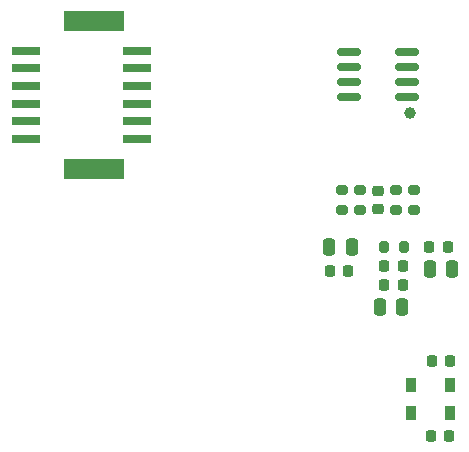
<source format=gtp>
%TF.GenerationSoftware,KiCad,Pcbnew,(6.0.0)*%
%TF.CreationDate,2022-02-12T14:45:39+08:00*%
%TF.ProjectId,SX7H02050048,53583748-3032-4303-9530-3034382e6b69,rev?*%
%TF.SameCoordinates,PX59a5380PY6d321a0*%
%TF.FileFunction,Paste,Top*%
%TF.FilePolarity,Positive*%
%FSLAX46Y46*%
G04 Gerber Fmt 4.6, Leading zero omitted, Abs format (unit mm)*
G04 Created by KiCad (PCBNEW (6.0.0)) date 2022-02-12 14:45:39*
%MOMM*%
%LPD*%
G01*
G04 APERTURE LIST*
G04 Aperture macros list*
%AMRoundRect*
0 Rectangle with rounded corners*
0 $1 Rounding radius*
0 $2 $3 $4 $5 $6 $7 $8 $9 X,Y pos of 4 corners*
0 Add a 4 corners polygon primitive as box body*
4,1,4,$2,$3,$4,$5,$6,$7,$8,$9,$2,$3,0*
0 Add four circle primitives for the rounded corners*
1,1,$1+$1,$2,$3*
1,1,$1+$1,$4,$5*
1,1,$1+$1,$6,$7*
1,1,$1+$1,$8,$9*
0 Add four rect primitives between the rounded corners*
20,1,$1+$1,$2,$3,$4,$5,0*
20,1,$1+$1,$4,$5,$6,$7,0*
20,1,$1+$1,$6,$7,$8,$9,0*
20,1,$1+$1,$8,$9,$2,$3,0*%
G04 Aperture macros list end*
%ADD10RoundRect,0.225000X0.225000X0.250000X-0.225000X0.250000X-0.225000X-0.250000X0.225000X-0.250000X0*%
%ADD11RoundRect,0.225000X-0.225000X-0.250000X0.225000X-0.250000X0.225000X0.250000X-0.225000X0.250000X0*%
%ADD12C,1.000000*%
%ADD13RoundRect,0.150000X0.825000X0.150000X-0.825000X0.150000X-0.825000X-0.150000X0.825000X-0.150000X0*%
%ADD14RoundRect,0.200000X-0.275000X0.200000X-0.275000X-0.200000X0.275000X-0.200000X0.275000X0.200000X0*%
%ADD15RoundRect,0.250000X0.250000X0.475000X-0.250000X0.475000X-0.250000X-0.475000X0.250000X-0.475000X0*%
%ADD16RoundRect,0.225000X-0.250000X0.225000X-0.250000X-0.225000X0.250000X-0.225000X0.250000X0.225000X0*%
%ADD17R,0.900000X1.200000*%
%ADD18RoundRect,0.200000X0.275000X-0.200000X0.275000X0.200000X-0.275000X0.200000X-0.275000X-0.200000X0*%
%ADD19RoundRect,0.250000X-0.250000X-0.475000X0.250000X-0.475000X0.250000X0.475000X-0.250000X0.475000X0*%
%ADD20RoundRect,0.200000X0.200000X0.275000X-0.200000X0.275000X-0.200000X-0.275000X0.200000X-0.275000X0*%
%ADD21R,2.450000X0.800000*%
%ADD22R,5.050000X1.800000*%
G04 APERTURE END LIST*
D10*
%TO.C,C121*%
X34061000Y16921760D03*
X32511000Y16921760D03*
%TD*%
D11*
%TO.C,C118*%
X36323000Y20100760D03*
X37873000Y20100760D03*
%TD*%
D12*
%TO.C,U103*%
X34651000Y31442000D03*
D13*
X34459000Y32839000D03*
X34459000Y34109000D03*
X34459000Y35379000D03*
X34459000Y36649000D03*
X29509000Y36649000D03*
X29509000Y35379000D03*
X29509000Y34109000D03*
X29509000Y32839000D03*
%TD*%
D14*
%TO.C,R110*%
X30460000Y24901000D03*
X30460000Y23251000D03*
%TD*%
D10*
%TO.C,C136*%
X38093000Y10487000D03*
X36543000Y10487000D03*
%TD*%
D11*
%TO.C,C113*%
X27907000Y18107000D03*
X29457000Y18107000D03*
%TD*%
D15*
%TO.C,C119*%
X34016000Y15059000D03*
X32116000Y15059000D03*
%TD*%
D14*
%TO.C,R119*%
X28936000Y24901000D03*
X28936000Y23251000D03*
%TD*%
D16*
%TO.C,C122*%
X31984000Y24851000D03*
X31984000Y23301000D03*
%TD*%
D17*
%TO.C,D106*%
X38079000Y6042000D03*
X34779000Y6042000D03*
%TD*%
D10*
%TO.C,C135*%
X37966000Y4137000D03*
X36416000Y4137000D03*
%TD*%
D18*
%TO.C,R116*%
X33508000Y23251000D03*
X33508000Y24901000D03*
%TD*%
D17*
%TO.C,D107*%
X38079000Y8455000D03*
X34779000Y8455000D03*
%TD*%
D19*
%TO.C,C116*%
X27859000Y20139000D03*
X29759000Y20139000D03*
%TD*%
D20*
%TO.C,L103*%
X34145000Y20139000D03*
X32495000Y20139000D03*
%TD*%
D21*
%TO.C,J2*%
X2138001Y29233500D03*
X11538008Y29233500D03*
X2138001Y30733500D03*
X11538008Y30733500D03*
X2138001Y32233499D03*
X11538008Y32233499D03*
X2138001Y33733501D03*
X11538008Y33733501D03*
X2138001Y35233501D03*
X11538008Y35233501D03*
X2138001Y36733500D03*
X11538008Y36733500D03*
D22*
X7938015Y26703500D03*
X7938015Y39263500D03*
%TD*%
D19*
%TO.C,C117*%
X36368000Y18234000D03*
X38268000Y18234000D03*
%TD*%
D18*
%TO.C,R109*%
X35032000Y23251000D03*
X35032000Y24901000D03*
%TD*%
D10*
%TO.C,C120*%
X34061000Y18488000D03*
X32511000Y18488000D03*
%TD*%
M02*

</source>
